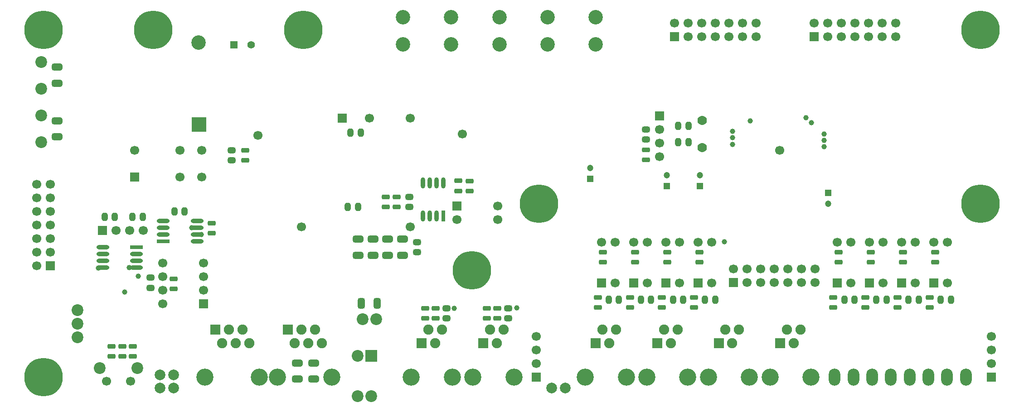
<source format=gbr>
%FSTAX42Y42*%
%MOMM*%
%SFA1B1*%

%IPPOS*%
%AMD71*
4,1,8,-0.749300,0.170180,-0.749300,-0.170180,-0.469900,-0.449580,0.469900,-0.449580,0.749300,-0.170180,0.749300,0.170180,0.469900,0.449580,-0.469900,0.449580,-0.749300,0.170180,0.0*
1,1,0.560000,-0.469900,0.170180*
1,1,0.560000,-0.469900,-0.170180*
1,1,0.560000,0.469900,-0.170180*
1,1,0.560000,0.469900,0.170180*
%
%AMD85*
4,1,8,-0.749300,0.220980,-0.749300,-0.220980,-0.419100,-0.551180,0.419100,-0.551180,0.749300,-0.220980,0.749300,0.220980,0.419100,0.551180,-0.419100,0.551180,-0.749300,0.220980,0.0*
1,1,0.660000,-0.419100,0.220980*
1,1,0.660000,-0.419100,-0.220980*
1,1,0.660000,0.419100,-0.220980*
1,1,0.660000,0.419100,0.220980*
%
%AMD86*
4,1,8,-0.220980,-0.749300,0.220980,-0.749300,0.551180,-0.419100,0.551180,0.419100,0.220980,0.749300,-0.220980,0.749300,-0.551180,0.419100,-0.551180,-0.419100,-0.220980,-0.749300,0.0*
1,1,0.660000,-0.220980,-0.419100*
1,1,0.660000,0.220980,-0.419100*
1,1,0.660000,0.220980,0.419100*
1,1,0.660000,-0.220980,0.419100*
%
%AMD87*
4,1,8,0.284480,1.000760,-0.284480,1.000760,-0.675640,0.609600,-0.675640,-0.609600,-0.284480,-1.000760,0.284480,-1.000760,0.675640,-0.609600,0.675640,0.609600,0.284480,1.000760,0.0*
1,1,0.780000,0.284480,0.609600*
1,1,0.780000,-0.284480,0.609600*
1,1,0.780000,-0.284480,-0.609600*
1,1,0.780000,0.284480,-0.609600*
%
%AMD111*
4,1,8,1.000760,-0.284480,1.000760,0.284480,0.609600,0.675640,-0.609600,0.675640,-1.000760,0.284480,-1.000760,-0.284480,-0.609600,-0.675640,0.609600,-0.675640,1.000760,-0.284480,0.0*
1,1,0.780000,0.609600,-0.284480*
1,1,0.780000,0.609600,0.284480*
1,1,0.780000,-0.609600,0.284480*
1,1,0.780000,-0.609600,-0.284480*
%
%ADD56C,0.999998*%
%ADD59C,1.199998*%
%ADD61C,1.699997*%
%ADD63R,1.699997X1.699997*%
G04~CAMADD=71~8~0.0~0.0~354.3~590.6~110.2~0.0~15~0.0~0.0~0.0~0.0~0~0.0~0.0~0.0~0.0~0~0.0~0.0~0.0~90.0~590.0~354.0*
%ADD71D71*%
%ADD72O,0.799998X2.099996*%
%ADD73R,0.799998X2.099996*%
%ADD74O,2.399995X0.799998*%
%ADD75R,2.399995X0.799998*%
G04~CAMADD=85~8~0.0~0.0~433.1~590.6~129.9~0.0~15~0.0~0.0~0.0~0.0~0~0.0~0.0~0.0~0.0~0~0.0~0.0~0.0~90.0~592.0~433.0*
%ADD85D85*%
G04~CAMADD=86~8~0.0~0.0~433.1~590.6~129.9~0.0~15~0.0~0.0~0.0~0.0~0~0.0~0.0~0.0~0.0~0~0.0~0.0~0.0~180.0~434.0~591.0*
%ADD86D86*%
G04~CAMADD=87~8~0.0~0.0~531.5~787.4~153.5~0.0~15~0.0~0.0~0.0~0.0~0~0.0~0.0~0.0~0.0~0~0.0~0.0~0.0~0.0~531.5~787.4*
%ADD87D87*%
%ADD92C,7.199986*%
%ADD93C,1.769996*%
%ADD94C,2.199996*%
%ADD95R,2.699995X2.699995*%
%ADD96C,2.699995*%
%ADD97C,1.699997*%
%ADD98R,1.699997X1.699997*%
%ADD99R,1.699997X1.699997*%
%ADD100R,1.699997X1.699997*%
%ADD101C,2.199996*%
%ADD102R,2.199996X2.199996*%
%ADD103C,1.999996*%
%ADD104R,1.199998X1.199998*%
%ADD105R,1.399997X1.399997*%
%ADD106C,1.399997*%
%ADD107O,2.199996X3.199994*%
%ADD108C,1.899996*%
%ADD109C,3.199994*%
%ADD110R,1.899996X1.899996*%
G04~CAMADD=111~8~0.0~0.0~531.5~787.4~153.5~0.0~15~0.0~0.0~0.0~0.0~0~0.0~0.0~0.0~0.0~0~0.0~0.0~0.0~270.0~788.0~532.0*
%ADD111D111*%
%LNpcb_monitoring_io-1*%
%LPD*%
G54D56*
X014579Y004309D03*
Y004429D03*
Y004549D03*
X012711Y002532D03*
X013197Y004799D03*
X008834Y001297D03*
X007671Y001294D03*
X014239Y004859D03*
X014339Y004759D03*
X012869Y004359D03*
Y004599D03*
Y004479D03*
X001769Y001892D03*
X001514Y001597D03*
X001594Y002052D03*
X001024Y002047D03*
X002764Y002794D03*
X002944Y002667D03*
G54D59*
X012261Y003777D03*
X011637D03*
X010209Y003914D03*
X014649Y003249D03*
G54D61*
X004813Y002818D03*
X006845D03*
Y00485D03*
X006083D03*
X001356Y002744D03*
X00161D03*
X001864D03*
X001624Y-000074D03*
X001174D03*
X002949Y004249D03*
X002549D03*
Y003749D03*
X002949D03*
X001699Y004249D03*
X013311Y006372D03*
Y006626D03*
X013057Y006372D03*
Y006626D03*
X012803D03*
Y006372D03*
X012549Y006626D03*
Y006372D03*
X012295Y006626D03*
Y006372D03*
X012041Y006626D03*
Y006372D03*
X011787Y006626D03*
X015911Y006372D03*
Y006626D03*
X015657Y006372D03*
Y006626D03*
X015403D03*
Y006372D03*
X015149Y006626D03*
Y006372D03*
X014895Y006626D03*
Y006372D03*
X014641Y006626D03*
Y006372D03*
X014387Y006626D03*
X000127Y003611D03*
X-000127D03*
X000127Y003357D03*
X-000127D03*
Y003103D03*
X000127D03*
X-000127Y002849D03*
X000127D03*
X-000127Y002595D03*
X000127D03*
X-000127Y002341D03*
X000127D03*
X-000127Y002087D03*
X012887Y002026D03*
X013141D03*
X013395D03*
X013649D03*
X013903D03*
X014157D03*
X014411D03*
Y001772D03*
X013903D03*
X013395D03*
X013141D03*
X013649D03*
X014157D03*
X017699Y000762D03*
Y000508D03*
Y000254D03*
X011504Y004127D03*
Y004381D03*
Y004635D03*
X009199Y000762D03*
Y000508D03*
Y000254D03*
X003999Y004524D03*
X007824Y004549D03*
X013749Y004249D03*
G54D63*
X001102Y002744D03*
X011787Y006372D03*
X014387D03*
X012887Y001772D03*
G54D71*
X011249Y004254D03*
Y004064D03*
X001667Y000579D03*
Y000389D03*
X001267Y000579D03*
Y000389D03*
X001467Y000579D03*
Y000389D03*
X003137Y002884D03*
Y002694D03*
X002429Y001652D03*
Y001842D03*
X016549Y001304D03*
Y001494D03*
X016649Y002344D03*
Y002154D03*
X015949Y001304D03*
Y001494D03*
X016049Y002344D03*
Y002154D03*
X015349Y001304D03*
Y001494D03*
X015449Y002344D03*
Y002154D03*
X014749Y001304D03*
Y001494D03*
X014849Y002344D03*
Y002154D03*
X012149Y001304D03*
Y001494D03*
X012249Y002344D03*
Y002154D03*
X008474Y001104D03*
Y001294D03*
X007324Y001104D03*
Y001294D03*
X011549Y001304D03*
Y001494D03*
X008274Y001104D03*
Y001294D03*
X007124Y001104D03*
Y001294D03*
X011649Y002344D03*
Y002154D03*
X010949Y001304D03*
Y001494D03*
X011049Y002344D03*
Y002154D03*
X010349Y001304D03*
Y001494D03*
X010449Y002344D03*
Y002154D03*
X006589Y003374D03*
Y003184D03*
X006389Y003374D03*
Y003184D03*
X007747Y003674D03*
Y003484D03*
X007952Y003482D03*
Y003671D03*
X003764Y004059D03*
Y004249D03*
G54D72*
X007084Y003634D03*
X00721D03*
X007338D03*
X007464D03*
X007084Y003014D03*
X00721D03*
X007338D03*
G54D73*
X007464Y003014D03*
G54D74*
X001107Y002049D03*
Y002176D03*
Y002303D03*
Y00243D03*
X001737Y002049D03*
Y002176D03*
Y002303D03*
X002864Y002921D03*
Y002794D03*
Y002667D03*
Y00254D03*
X002234Y002921D03*
Y002794D03*
Y002667D03*
G54D75*
X001737Y00243D03*
X002234Y00254D03*
G54D85*
X011249Y004634D03*
Y004445D03*
X001994Y001862D03*
Y001672D03*
X008674Y001104D03*
Y001294D03*
X007524Y001104D03*
Y001294D03*
X006974Y002337D03*
Y002526D03*
X006827Y003374D03*
Y003184D03*
X003514Y004249D03*
Y004059D03*
G54D86*
X005732Y004572D03*
X005921D03*
X005679Y003184D03*
X005869D03*
X002444Y003104D03*
X002634D03*
X016944Y001449D03*
X016754D03*
X016344D03*
X016154D03*
X015744D03*
X015554D03*
X015144D03*
X014954D03*
X012044Y004399D03*
X011854D03*
X012044Y004699D03*
X011854D03*
X012544Y001449D03*
X012354D03*
X011944D03*
X011754D03*
X011344D03*
X011154D03*
X010744D03*
X010554D03*
X001139Y002997D03*
X001329D03*
X001659D03*
X001849D03*
G54D87*
X006232Y001387D03*
X005932D03*
G54D92*
X007999Y001999D03*
X0Y006499D03*
Y0D03*
X017499Y003249D03*
Y006499D03*
X002049D03*
X004849D03*
X009249Y003249D03*
G54D93*
X012299Y004803D03*
Y004295D03*
G54D94*
X000629Y000752D03*
Y001006D03*
Y001259D03*
X006209Y001084D03*
X005954D03*
G54D95*
X002899Y004729D03*
G54D96*
X002894Y006261D03*
X010312Y006738D03*
Y00623D03*
X008512Y006738D03*
Y00623D03*
X007612Y006738D03*
Y00623D03*
X009412Y006738D03*
Y00623D03*
X006712Y006738D03*
Y00623D03*
G54D97*
X002228Y00214D03*
Y001886D03*
Y001632D03*
Y001378D03*
X00299Y00214D03*
Y001886D03*
Y001632D03*
X016877Y002525D03*
X016623D03*
X016877Y001763D03*
X016276Y00253D03*
X016022D03*
X016276Y001768D03*
X015676Y00253D03*
X015422D03*
X015676Y001768D03*
X015076Y00253D03*
X014822D03*
X015076Y001768D03*
X012476Y00253D03*
X012222D03*
X012476Y001768D03*
X011876Y00253D03*
X011622D03*
X011876Y001768D03*
X011276Y00253D03*
X011022D03*
X011276Y001768D03*
X010676Y00253D03*
X010422D03*
X010676Y001768D03*
X00848Y002947D03*
Y003201D03*
X007718Y002947D03*
G54D98*
X00299Y001378D03*
X007718Y003201D03*
G54D99*
X016623Y001763D03*
X016022Y001768D03*
X015422D03*
X014822D03*
X012222D03*
X011622D03*
X011022D03*
X010422D03*
G54D100*
X005575Y00485D03*
X001699Y003749D03*
X000127Y002087D03*
X017699Y0D03*
X011504Y004889D03*
X009199Y0D03*
G54D101*
X001049Y000174D03*
X001749D03*
X005867Y-000355D03*
X006121D03*
X005867Y000405D03*
X-000049Y004399D03*
Y004899D03*
Y005399D03*
Y005899D03*
G54D102*
X006121Y000405D03*
G54D103*
X002426Y000049D03*
X002172D03*
X002426Y-000199D03*
X002172D03*
X009746Y-000202D03*
X009492D03*
G54D104*
X012261Y003577D03*
X011637D03*
X010209Y003714D03*
X014649Y003449D03*
G54D105*
X003552Y006216D03*
G54D106*
X003876Y006216D03*
G54D107*
X017224Y0D03*
X016874D03*
X016524D03*
X016174D03*
X015824D03*
X015474D03*
X015124D03*
X014774D03*
G54D108*
X014139Y000893D03*
X014012Y00064D03*
X013886Y000893D03*
X012735D03*
X012862Y00064D03*
X012989Y000893D03*
X011839D03*
X011713Y00064D03*
X011585Y000893D03*
X010435D03*
X010563Y00064D03*
X010689Y000893D03*
X00744Y000894D03*
X007313Y00064D03*
X007186Y000894D03*
X008336D03*
X008463Y00064D03*
X00859Y000894D03*
X005192Y00064D03*
X005065Y000894D03*
X004684Y00064D03*
X004938D03*
X004811Y000894D03*
X003839Y00064D03*
X003712Y000894D03*
X003331Y00064D03*
X003585D03*
X003458Y000894D03*
G54D109*
X013566Y000004D03*
X014332D03*
X013182D03*
X012416D03*
X011266D03*
X012032D03*
X010882D03*
X010116D03*
X006866Y000005D03*
X007632D03*
X008782D03*
X008016D03*
X004366D03*
X005382D03*
X003014D03*
X00403D03*
G54D110*
X013759Y00064D03*
X012609D03*
X011459D03*
X010309D03*
X007059D03*
X008209D03*
X004557Y000894D03*
X003204D03*
G54D111*
X005044Y-000034D03*
Y000264D03*
X004737Y-000029D03*
Y000269D03*
X006149Y002282D03*
Y002582D03*
X005874Y002282D03*
Y002582D03*
X006699Y002282D03*
Y002582D03*
X006424Y002282D03*
Y002582D03*
X000249Y005499D03*
Y005799D03*
Y004499D03*
Y004799D03*
M02*
</source>
